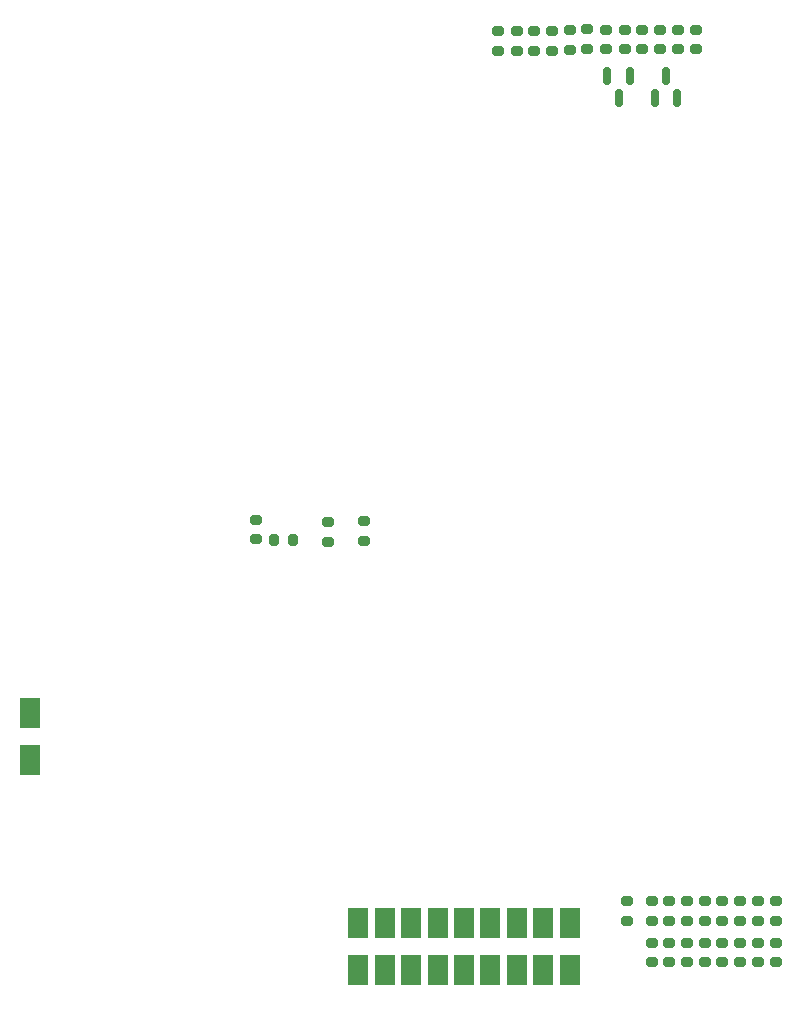
<source format=gbr>
%TF.GenerationSoftware,KiCad,Pcbnew,(6.0.0)*%
%TF.CreationDate,2022-11-14T01:44:22-08:00*%
%TF.ProjectId,Luciebox_v4,4c756369-6562-46f7-985f-76342e6b6963,rev?*%
%TF.SameCoordinates,Original*%
%TF.FileFunction,Paste,Top*%
%TF.FilePolarity,Positive*%
%FSLAX46Y46*%
G04 Gerber Fmt 4.6, Leading zero omitted, Abs format (unit mm)*
G04 Created by KiCad (PCBNEW (6.0.0)) date 2022-11-14 01:44:22*
%MOMM*%
%LPD*%
G01*
G04 APERTURE LIST*
G04 Aperture macros list*
%AMRoundRect*
0 Rectangle with rounded corners*
0 $1 Rounding radius*
0 $2 $3 $4 $5 $6 $7 $8 $9 X,Y pos of 4 corners*
0 Add a 4 corners polygon primitive as box body*
4,1,4,$2,$3,$4,$5,$6,$7,$8,$9,$2,$3,0*
0 Add four circle primitives for the rounded corners*
1,1,$1+$1,$2,$3*
1,1,$1+$1,$4,$5*
1,1,$1+$1,$6,$7*
1,1,$1+$1,$8,$9*
0 Add four rect primitives between the rounded corners*
20,1,$1+$1,$2,$3,$4,$5,0*
20,1,$1+$1,$4,$5,$6,$7,0*
20,1,$1+$1,$6,$7,$8,$9,0*
20,1,$1+$1,$8,$9,$2,$3,0*%
G04 Aperture macros list end*
%ADD10RoundRect,0.200000X-0.275000X0.200000X-0.275000X-0.200000X0.275000X-0.200000X0.275000X0.200000X0*%
%ADD11RoundRect,0.200000X0.275000X-0.200000X0.275000X0.200000X-0.275000X0.200000X-0.275000X-0.200000X0*%
%ADD12R,1.800000X2.500000*%
%ADD13RoundRect,0.150000X-0.150000X0.587500X-0.150000X-0.587500X0.150000X-0.587500X0.150000X0.587500X0*%
%ADD14RoundRect,0.150000X0.150000X-0.587500X0.150000X0.587500X-0.150000X0.587500X-0.150000X-0.587500X0*%
%ADD15RoundRect,0.200000X0.200000X0.275000X-0.200000X0.275000X-0.200000X-0.275000X0.200000X-0.275000X0*%
G04 APERTURE END LIST*
D10*
%TO.C,R11*%
X56026800Y-77946000D03*
X56026800Y-79596000D03*
%TD*%
D11*
%TO.C,R13*%
X59026800Y-79596000D03*
X59026800Y-77946000D03*
%TD*%
%TO.C,R5*%
X43100000Y-5950000D03*
X43100000Y-4300000D03*
%TD*%
D12*
%TO.C,D7*%
X34173600Y-79788000D03*
X34173600Y-83788000D03*
%TD*%
%TO.C,D1*%
X47599600Y-79788000D03*
X47599600Y-83788000D03*
%TD*%
%TO.C,D2*%
X45349600Y-79788000D03*
X45349600Y-83788000D03*
%TD*%
%TO.C,D3*%
X43114400Y-79788000D03*
X43114400Y-83788000D03*
%TD*%
D10*
%TO.C,R8*%
X57526800Y-81471000D03*
X57526800Y-83121000D03*
%TD*%
D13*
%TO.C,Q1*%
X52700000Y-8062500D03*
X50800000Y-8062500D03*
X51750000Y-9937500D03*
%TD*%
D11*
%TO.C,C2*%
X27118000Y-47510000D03*
X27118000Y-45860000D03*
%TD*%
%TO.C,R_0_if_no_auto_power_off1*%
X41503600Y-5942600D03*
X41503600Y-4292600D03*
%TD*%
%TO.C,R23*%
X65026800Y-79596000D03*
X65026800Y-77946000D03*
%TD*%
D12*
%TO.C,D5*%
X38644000Y-79788000D03*
X38644000Y-83788000D03*
%TD*%
D10*
%TO.C,R28*%
X55250000Y-4175000D03*
X55250000Y-5825000D03*
%TD*%
%TO.C,R6*%
X54526800Y-81471000D03*
X54526800Y-83121000D03*
%TD*%
D12*
%TO.C,D10*%
X29652400Y-79788000D03*
X29652400Y-83788000D03*
%TD*%
%TO.C,D9*%
X1879600Y-62008000D03*
X1879600Y-66008000D03*
%TD*%
D14*
%TO.C,Q2*%
X54800000Y-9937500D03*
X56700000Y-9937500D03*
X55750000Y-8062500D03*
%TD*%
D10*
%TO.C,R25*%
X52250000Y-4175000D03*
X52250000Y-5825000D03*
%TD*%
%TO.C,R7*%
X56026800Y-81471000D03*
X56026800Y-83121000D03*
%TD*%
%TO.C,R22*%
X63526800Y-77946000D03*
X63526800Y-79596000D03*
%TD*%
D12*
%TO.C,D4*%
X40879200Y-79788000D03*
X40879200Y-83788000D03*
%TD*%
D11*
%TO.C,R_reset_pullup1*%
X52425600Y-79615800D03*
X52425600Y-77965800D03*
%TD*%
D10*
%TO.C,C1*%
X30166000Y-45763000D03*
X30166000Y-47413000D03*
%TD*%
D15*
%TO.C,R19*%
X24193000Y-47360000D03*
X22543000Y-47360000D03*
%TD*%
D10*
%TO.C,R9*%
X59026800Y-81471000D03*
X59026800Y-83121000D03*
%TD*%
D11*
%TO.C,R26*%
X56750000Y-5825000D03*
X56750000Y-4175000D03*
%TD*%
D10*
%TO.C,R17*%
X63526800Y-81471000D03*
X63526800Y-83121000D03*
%TD*%
D11*
%TO.C,R_vcc_protected1*%
X58318400Y-5803400D03*
X58318400Y-4153400D03*
%TD*%
%TO.C,R3*%
X46100000Y-5950000D03*
X46100000Y-4300000D03*
%TD*%
%TO.C,R21*%
X62026800Y-79596000D03*
X62026800Y-77946000D03*
%TD*%
D10*
%TO.C,R16*%
X62026800Y-81471000D03*
X62026800Y-83121000D03*
%TD*%
%TO.C,R_0_if_no_usb_switch1*%
X50675000Y-4175000D03*
X50675000Y-5825000D03*
%TD*%
D11*
%TO.C,R2*%
X47600000Y-5850000D03*
X47600000Y-4200000D03*
%TD*%
D12*
%TO.C,D8*%
X31938400Y-79788000D03*
X31938400Y-83788000D03*
%TD*%
%TO.C,D6*%
X36408800Y-79788000D03*
X36408800Y-83788000D03*
%TD*%
D11*
%TO.C,C3*%
X21082000Y-47307000D03*
X21082000Y-45657000D03*
%TD*%
D10*
%TO.C,R18*%
X65026800Y-81471000D03*
X65026800Y-83121000D03*
%TD*%
D11*
%TO.C,R1*%
X49100000Y-5750000D03*
X49100000Y-4100000D03*
%TD*%
%TO.C,R4*%
X44600000Y-5950000D03*
X44600000Y-4300000D03*
%TD*%
%TO.C,R27*%
X53750000Y-5825000D03*
X53750000Y-4175000D03*
%TD*%
%TO.C,R10*%
X54526800Y-79596000D03*
X54526800Y-77946000D03*
%TD*%
D10*
%TO.C,R15*%
X60526800Y-81471000D03*
X60526800Y-83121000D03*
%TD*%
%TO.C,R20*%
X60526800Y-77946000D03*
X60526800Y-79596000D03*
%TD*%
D11*
%TO.C,R12*%
X57526800Y-79596000D03*
X57526800Y-77946000D03*
%TD*%
M02*

</source>
